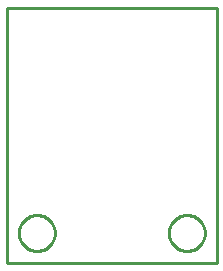
<source format=gbr>
G04 EAGLE Gerber RS-274X export*
G75*
%MOMM*%
%FSLAX34Y34*%
%LPD*%
%IN*%
%IPPOS*%
%AMOC8*
5,1,8,0,0,1.08239X$1,22.5*%
G01*
%ADD10C,0.254000*%


D10*
X0Y0D02*
X177800Y0D01*
X177800Y215900D01*
X0Y215900D01*
X0Y0D01*
X167640Y24856D02*
X167562Y23770D01*
X167407Y22692D01*
X167176Y21629D01*
X166869Y20584D01*
X166489Y19564D01*
X166037Y18574D01*
X165515Y17619D01*
X164926Y16703D01*
X164274Y15831D01*
X163561Y15009D01*
X162791Y14239D01*
X161969Y13526D01*
X161097Y12874D01*
X160181Y12285D01*
X159226Y11763D01*
X158236Y11311D01*
X157216Y10931D01*
X156171Y10624D01*
X155108Y10393D01*
X154030Y10238D01*
X152944Y10160D01*
X151856Y10160D01*
X150770Y10238D01*
X149692Y10393D01*
X148629Y10624D01*
X147584Y10931D01*
X146564Y11311D01*
X145574Y11763D01*
X144619Y12285D01*
X143703Y12874D01*
X142831Y13526D01*
X142009Y14239D01*
X141239Y15009D01*
X140526Y15831D01*
X139874Y16703D01*
X139285Y17619D01*
X138763Y18574D01*
X138311Y19564D01*
X137931Y20584D01*
X137624Y21629D01*
X137393Y22692D01*
X137238Y23770D01*
X137160Y24856D01*
X137160Y25944D01*
X137238Y27030D01*
X137393Y28108D01*
X137624Y29171D01*
X137931Y30216D01*
X138311Y31236D01*
X138763Y32226D01*
X139285Y33181D01*
X139874Y34097D01*
X140526Y34969D01*
X141239Y35791D01*
X142009Y36561D01*
X142831Y37274D01*
X143703Y37926D01*
X144619Y38515D01*
X145574Y39037D01*
X146564Y39489D01*
X147584Y39869D01*
X148629Y40176D01*
X149692Y40407D01*
X150770Y40562D01*
X151856Y40640D01*
X152944Y40640D01*
X154030Y40562D01*
X155108Y40407D01*
X156171Y40176D01*
X157216Y39869D01*
X158236Y39489D01*
X159226Y39037D01*
X160181Y38515D01*
X161097Y37926D01*
X161969Y37274D01*
X162791Y36561D01*
X163561Y35791D01*
X164274Y34969D01*
X164926Y34097D01*
X165515Y33181D01*
X166037Y32226D01*
X166489Y31236D01*
X166869Y30216D01*
X167176Y29171D01*
X167407Y28108D01*
X167562Y27030D01*
X167640Y25944D01*
X167640Y24856D01*
X40640Y24856D02*
X40562Y23770D01*
X40407Y22692D01*
X40176Y21629D01*
X39869Y20584D01*
X39489Y19564D01*
X39037Y18574D01*
X38515Y17619D01*
X37926Y16703D01*
X37274Y15831D01*
X36561Y15009D01*
X35791Y14239D01*
X34969Y13526D01*
X34097Y12874D01*
X33181Y12285D01*
X32226Y11763D01*
X31236Y11311D01*
X30216Y10931D01*
X29171Y10624D01*
X28108Y10393D01*
X27030Y10238D01*
X25944Y10160D01*
X24856Y10160D01*
X23770Y10238D01*
X22692Y10393D01*
X21629Y10624D01*
X20584Y10931D01*
X19564Y11311D01*
X18574Y11763D01*
X17619Y12285D01*
X16703Y12874D01*
X15831Y13526D01*
X15009Y14239D01*
X14239Y15009D01*
X13526Y15831D01*
X12874Y16703D01*
X12285Y17619D01*
X11763Y18574D01*
X11311Y19564D01*
X10931Y20584D01*
X10624Y21629D01*
X10393Y22692D01*
X10238Y23770D01*
X10160Y24856D01*
X10160Y25944D01*
X10238Y27030D01*
X10393Y28108D01*
X10624Y29171D01*
X10931Y30216D01*
X11311Y31236D01*
X11763Y32226D01*
X12285Y33181D01*
X12874Y34097D01*
X13526Y34969D01*
X14239Y35791D01*
X15009Y36561D01*
X15831Y37274D01*
X16703Y37926D01*
X17619Y38515D01*
X18574Y39037D01*
X19564Y39489D01*
X20584Y39869D01*
X21629Y40176D01*
X22692Y40407D01*
X23770Y40562D01*
X24856Y40640D01*
X25944Y40640D01*
X27030Y40562D01*
X28108Y40407D01*
X29171Y40176D01*
X30216Y39869D01*
X31236Y39489D01*
X32226Y39037D01*
X33181Y38515D01*
X34097Y37926D01*
X34969Y37274D01*
X35791Y36561D01*
X36561Y35791D01*
X37274Y34969D01*
X37926Y34097D01*
X38515Y33181D01*
X39037Y32226D01*
X39489Y31236D01*
X39869Y30216D01*
X40176Y29171D01*
X40407Y28108D01*
X40562Y27030D01*
X40640Y25944D01*
X40640Y24856D01*
M02*

</source>
